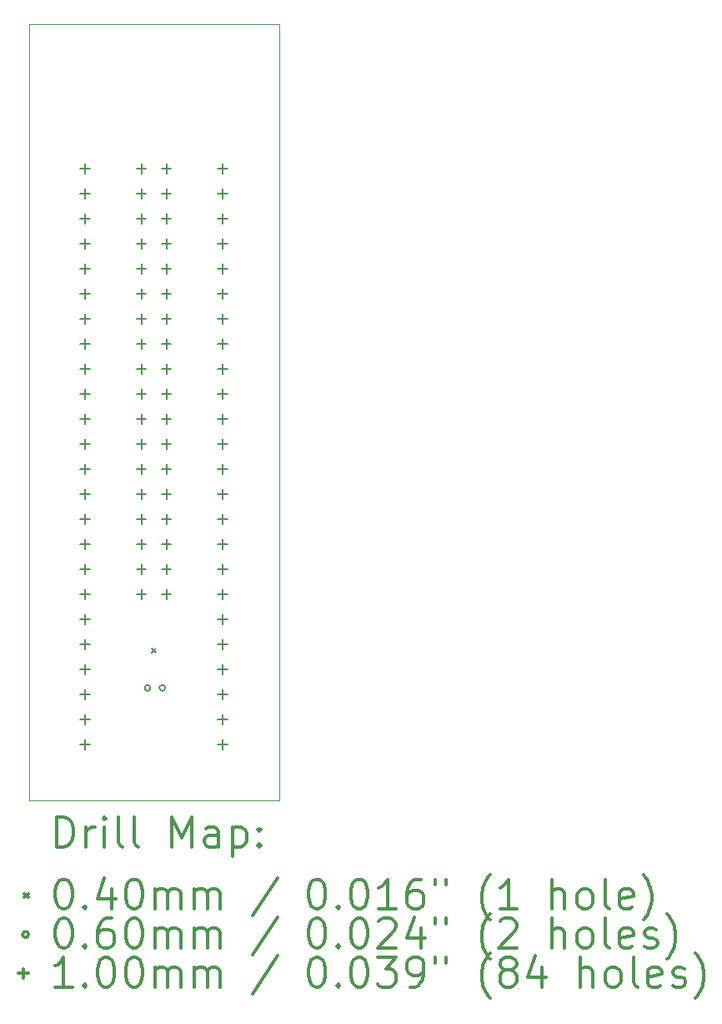
<source format=gbr>
%FSLAX45Y45*%
G04 Gerber Fmt 4.5, Leading zero omitted, Abs format (unit mm)*
G04 Created by KiCad (PCBNEW (5.1.6)-1) date 2020-07-15 15:36:23*
%MOMM*%
%LPD*%
G01*
G04 APERTURE LIST*
%TA.AperFunction,Profile*%
%ADD10C,0.050000*%
%TD*%
%ADD11C,0.200000*%
%ADD12C,0.300000*%
G04 APERTURE END LIST*
D10*
X11938000Y-13716000D02*
X11938000Y-13462000D01*
X9398000Y-13716000D02*
X11938000Y-13716000D01*
X9398000Y-13462000D02*
X9398000Y-13716000D01*
X11938000Y-5842000D02*
X11938000Y-13462000D01*
X11684000Y-5842000D02*
X11938000Y-5842000D01*
X9398000Y-5842000D02*
X11684000Y-5842000D01*
X9398000Y-13462000D02*
X9398000Y-5842000D01*
D11*
X10648000Y-12172000D02*
X10688000Y-12212000D01*
X10688000Y-12172000D02*
X10648000Y-12212000D01*
X10634500Y-12573000D02*
G75*
G03*
X10634500Y-12573000I-30000J0D01*
G01*
X10784500Y-12573000D02*
G75*
G03*
X10784500Y-12573000I-30000J0D01*
G01*
X9969500Y-7252500D02*
X9969500Y-7352500D01*
X9919500Y-7302500D02*
X10019500Y-7302500D01*
X9969500Y-7506500D02*
X9969500Y-7606500D01*
X9919500Y-7556500D02*
X10019500Y-7556500D01*
X9969500Y-7760500D02*
X9969500Y-7860500D01*
X9919500Y-7810500D02*
X10019500Y-7810500D01*
X9969500Y-8014500D02*
X9969500Y-8114500D01*
X9919500Y-8064500D02*
X10019500Y-8064500D01*
X9969500Y-8268500D02*
X9969500Y-8368500D01*
X9919500Y-8318500D02*
X10019500Y-8318500D01*
X9969500Y-8522500D02*
X9969500Y-8622500D01*
X9919500Y-8572500D02*
X10019500Y-8572500D01*
X9969500Y-8776500D02*
X9969500Y-8876500D01*
X9919500Y-8826500D02*
X10019500Y-8826500D01*
X9969500Y-9030500D02*
X9969500Y-9130500D01*
X9919500Y-9080500D02*
X10019500Y-9080500D01*
X9969500Y-9284500D02*
X9969500Y-9384500D01*
X9919500Y-9334500D02*
X10019500Y-9334500D01*
X9969500Y-9538500D02*
X9969500Y-9638500D01*
X9919500Y-9588500D02*
X10019500Y-9588500D01*
X9969500Y-9792500D02*
X9969500Y-9892500D01*
X9919500Y-9842500D02*
X10019500Y-9842500D01*
X9969500Y-10046500D02*
X9969500Y-10146500D01*
X9919500Y-10096500D02*
X10019500Y-10096500D01*
X9969500Y-10300500D02*
X9969500Y-10400500D01*
X9919500Y-10350500D02*
X10019500Y-10350500D01*
X9969500Y-10554500D02*
X9969500Y-10654500D01*
X9919500Y-10604500D02*
X10019500Y-10604500D01*
X9969500Y-10808500D02*
X9969500Y-10908500D01*
X9919500Y-10858500D02*
X10019500Y-10858500D01*
X9969500Y-11062500D02*
X9969500Y-11162500D01*
X9919500Y-11112500D02*
X10019500Y-11112500D01*
X9969500Y-11316500D02*
X9969500Y-11416500D01*
X9919500Y-11366500D02*
X10019500Y-11366500D01*
X9969500Y-11570500D02*
X9969500Y-11670500D01*
X9919500Y-11620500D02*
X10019500Y-11620500D01*
X9969500Y-11824500D02*
X9969500Y-11924500D01*
X9919500Y-11874500D02*
X10019500Y-11874500D01*
X9969500Y-12078500D02*
X9969500Y-12178500D01*
X9919500Y-12128500D02*
X10019500Y-12128500D01*
X9969500Y-12332500D02*
X9969500Y-12432500D01*
X9919500Y-12382500D02*
X10019500Y-12382500D01*
X9969500Y-12586500D02*
X9969500Y-12686500D01*
X9919500Y-12636500D02*
X10019500Y-12636500D01*
X9969500Y-12840500D02*
X9969500Y-12940500D01*
X9919500Y-12890500D02*
X10019500Y-12890500D01*
X9969500Y-13094500D02*
X9969500Y-13194500D01*
X9919500Y-13144500D02*
X10019500Y-13144500D01*
X10541000Y-7252500D02*
X10541000Y-7352500D01*
X10491000Y-7302500D02*
X10591000Y-7302500D01*
X10541000Y-7506500D02*
X10541000Y-7606500D01*
X10491000Y-7556500D02*
X10591000Y-7556500D01*
X10541000Y-7760500D02*
X10541000Y-7860500D01*
X10491000Y-7810500D02*
X10591000Y-7810500D01*
X10541000Y-8014500D02*
X10541000Y-8114500D01*
X10491000Y-8064500D02*
X10591000Y-8064500D01*
X10541000Y-8268500D02*
X10541000Y-8368500D01*
X10491000Y-8318500D02*
X10591000Y-8318500D01*
X10541000Y-8522500D02*
X10541000Y-8622500D01*
X10491000Y-8572500D02*
X10591000Y-8572500D01*
X10541000Y-8776500D02*
X10541000Y-8876500D01*
X10491000Y-8826500D02*
X10591000Y-8826500D01*
X10541000Y-9030500D02*
X10541000Y-9130500D01*
X10491000Y-9080500D02*
X10591000Y-9080500D01*
X10541000Y-9284500D02*
X10541000Y-9384500D01*
X10491000Y-9334500D02*
X10591000Y-9334500D01*
X10541000Y-9538500D02*
X10541000Y-9638500D01*
X10491000Y-9588500D02*
X10591000Y-9588500D01*
X10541000Y-9792500D02*
X10541000Y-9892500D01*
X10491000Y-9842500D02*
X10591000Y-9842500D01*
X10541000Y-10046500D02*
X10541000Y-10146500D01*
X10491000Y-10096500D02*
X10591000Y-10096500D01*
X10541000Y-10300500D02*
X10541000Y-10400500D01*
X10491000Y-10350500D02*
X10591000Y-10350500D01*
X10541000Y-10554500D02*
X10541000Y-10654500D01*
X10491000Y-10604500D02*
X10591000Y-10604500D01*
X10541000Y-10808500D02*
X10541000Y-10908500D01*
X10491000Y-10858500D02*
X10591000Y-10858500D01*
X10541000Y-11062500D02*
X10541000Y-11162500D01*
X10491000Y-11112500D02*
X10591000Y-11112500D01*
X10541000Y-11316500D02*
X10541000Y-11416500D01*
X10491000Y-11366500D02*
X10591000Y-11366500D01*
X10541000Y-11570500D02*
X10541000Y-11670500D01*
X10491000Y-11620500D02*
X10591000Y-11620500D01*
X10795000Y-7252500D02*
X10795000Y-7352500D01*
X10745000Y-7302500D02*
X10845000Y-7302500D01*
X10795000Y-7506500D02*
X10795000Y-7606500D01*
X10745000Y-7556500D02*
X10845000Y-7556500D01*
X10795000Y-7760500D02*
X10795000Y-7860500D01*
X10745000Y-7810500D02*
X10845000Y-7810500D01*
X10795000Y-8014500D02*
X10795000Y-8114500D01*
X10745000Y-8064500D02*
X10845000Y-8064500D01*
X10795000Y-8268500D02*
X10795000Y-8368500D01*
X10745000Y-8318500D02*
X10845000Y-8318500D01*
X10795000Y-8522500D02*
X10795000Y-8622500D01*
X10745000Y-8572500D02*
X10845000Y-8572500D01*
X10795000Y-8776500D02*
X10795000Y-8876500D01*
X10745000Y-8826500D02*
X10845000Y-8826500D01*
X10795000Y-9030500D02*
X10795000Y-9130500D01*
X10745000Y-9080500D02*
X10845000Y-9080500D01*
X10795000Y-9284500D02*
X10795000Y-9384500D01*
X10745000Y-9334500D02*
X10845000Y-9334500D01*
X10795000Y-9538500D02*
X10795000Y-9638500D01*
X10745000Y-9588500D02*
X10845000Y-9588500D01*
X10795000Y-9792500D02*
X10795000Y-9892500D01*
X10745000Y-9842500D02*
X10845000Y-9842500D01*
X10795000Y-10046500D02*
X10795000Y-10146500D01*
X10745000Y-10096500D02*
X10845000Y-10096500D01*
X10795000Y-10300500D02*
X10795000Y-10400500D01*
X10745000Y-10350500D02*
X10845000Y-10350500D01*
X10795000Y-10554500D02*
X10795000Y-10654500D01*
X10745000Y-10604500D02*
X10845000Y-10604500D01*
X10795000Y-10808500D02*
X10795000Y-10908500D01*
X10745000Y-10858500D02*
X10845000Y-10858500D01*
X10795000Y-11062500D02*
X10795000Y-11162500D01*
X10745000Y-11112500D02*
X10845000Y-11112500D01*
X10795000Y-11316500D02*
X10795000Y-11416500D01*
X10745000Y-11366500D02*
X10845000Y-11366500D01*
X10795000Y-11570500D02*
X10795000Y-11670500D01*
X10745000Y-11620500D02*
X10845000Y-11620500D01*
X11366500Y-7252500D02*
X11366500Y-7352500D01*
X11316500Y-7302500D02*
X11416500Y-7302500D01*
X11366500Y-7506500D02*
X11366500Y-7606500D01*
X11316500Y-7556500D02*
X11416500Y-7556500D01*
X11366500Y-7760500D02*
X11366500Y-7860500D01*
X11316500Y-7810500D02*
X11416500Y-7810500D01*
X11366500Y-8014500D02*
X11366500Y-8114500D01*
X11316500Y-8064500D02*
X11416500Y-8064500D01*
X11366500Y-8268500D02*
X11366500Y-8368500D01*
X11316500Y-8318500D02*
X11416500Y-8318500D01*
X11366500Y-8522500D02*
X11366500Y-8622500D01*
X11316500Y-8572500D02*
X11416500Y-8572500D01*
X11366500Y-8776500D02*
X11366500Y-8876500D01*
X11316500Y-8826500D02*
X11416500Y-8826500D01*
X11366500Y-9030500D02*
X11366500Y-9130500D01*
X11316500Y-9080500D02*
X11416500Y-9080500D01*
X11366500Y-9284500D02*
X11366500Y-9384500D01*
X11316500Y-9334500D02*
X11416500Y-9334500D01*
X11366500Y-9538500D02*
X11366500Y-9638500D01*
X11316500Y-9588500D02*
X11416500Y-9588500D01*
X11366500Y-9792500D02*
X11366500Y-9892500D01*
X11316500Y-9842500D02*
X11416500Y-9842500D01*
X11366500Y-10046500D02*
X11366500Y-10146500D01*
X11316500Y-10096500D02*
X11416500Y-10096500D01*
X11366500Y-10300500D02*
X11366500Y-10400500D01*
X11316500Y-10350500D02*
X11416500Y-10350500D01*
X11366500Y-10554500D02*
X11366500Y-10654500D01*
X11316500Y-10604500D02*
X11416500Y-10604500D01*
X11366500Y-10808500D02*
X11366500Y-10908500D01*
X11316500Y-10858500D02*
X11416500Y-10858500D01*
X11366500Y-11062500D02*
X11366500Y-11162500D01*
X11316500Y-11112500D02*
X11416500Y-11112500D01*
X11366500Y-11316500D02*
X11366500Y-11416500D01*
X11316500Y-11366500D02*
X11416500Y-11366500D01*
X11366500Y-11570500D02*
X11366500Y-11670500D01*
X11316500Y-11620500D02*
X11416500Y-11620500D01*
X11366500Y-11824500D02*
X11366500Y-11924500D01*
X11316500Y-11874500D02*
X11416500Y-11874500D01*
X11366500Y-12078500D02*
X11366500Y-12178500D01*
X11316500Y-12128500D02*
X11416500Y-12128500D01*
X11366500Y-12332500D02*
X11366500Y-12432500D01*
X11316500Y-12382500D02*
X11416500Y-12382500D01*
X11366500Y-12586500D02*
X11366500Y-12686500D01*
X11316500Y-12636500D02*
X11416500Y-12636500D01*
X11366500Y-12840500D02*
X11366500Y-12940500D01*
X11316500Y-12890500D02*
X11416500Y-12890500D01*
X11366500Y-13094500D02*
X11366500Y-13194500D01*
X11316500Y-13144500D02*
X11416500Y-13144500D01*
D12*
X9681928Y-14184214D02*
X9681928Y-13884214D01*
X9753357Y-13884214D01*
X9796214Y-13898500D01*
X9824786Y-13927071D01*
X9839071Y-13955643D01*
X9853357Y-14012786D01*
X9853357Y-14055643D01*
X9839071Y-14112786D01*
X9824786Y-14141357D01*
X9796214Y-14169929D01*
X9753357Y-14184214D01*
X9681928Y-14184214D01*
X9981928Y-14184214D02*
X9981928Y-13984214D01*
X9981928Y-14041357D02*
X9996214Y-14012786D01*
X10010500Y-13998500D01*
X10039071Y-13984214D01*
X10067643Y-13984214D01*
X10167643Y-14184214D02*
X10167643Y-13984214D01*
X10167643Y-13884214D02*
X10153357Y-13898500D01*
X10167643Y-13912786D01*
X10181928Y-13898500D01*
X10167643Y-13884214D01*
X10167643Y-13912786D01*
X10353357Y-14184214D02*
X10324786Y-14169929D01*
X10310500Y-14141357D01*
X10310500Y-13884214D01*
X10510500Y-14184214D02*
X10481928Y-14169929D01*
X10467643Y-14141357D01*
X10467643Y-13884214D01*
X10853357Y-14184214D02*
X10853357Y-13884214D01*
X10953357Y-14098500D01*
X11053357Y-13884214D01*
X11053357Y-14184214D01*
X11324786Y-14184214D02*
X11324786Y-14027071D01*
X11310500Y-13998500D01*
X11281928Y-13984214D01*
X11224786Y-13984214D01*
X11196214Y-13998500D01*
X11324786Y-14169929D02*
X11296214Y-14184214D01*
X11224786Y-14184214D01*
X11196214Y-14169929D01*
X11181928Y-14141357D01*
X11181928Y-14112786D01*
X11196214Y-14084214D01*
X11224786Y-14069929D01*
X11296214Y-14069929D01*
X11324786Y-14055643D01*
X11467643Y-13984214D02*
X11467643Y-14284214D01*
X11467643Y-13998500D02*
X11496214Y-13984214D01*
X11553357Y-13984214D01*
X11581928Y-13998500D01*
X11596214Y-14012786D01*
X11610500Y-14041357D01*
X11610500Y-14127071D01*
X11596214Y-14155643D01*
X11581928Y-14169929D01*
X11553357Y-14184214D01*
X11496214Y-14184214D01*
X11467643Y-14169929D01*
X11739071Y-14155643D02*
X11753357Y-14169929D01*
X11739071Y-14184214D01*
X11724786Y-14169929D01*
X11739071Y-14155643D01*
X11739071Y-14184214D01*
X11739071Y-13998500D02*
X11753357Y-14012786D01*
X11739071Y-14027071D01*
X11724786Y-14012786D01*
X11739071Y-13998500D01*
X11739071Y-14027071D01*
X9355500Y-14658500D02*
X9395500Y-14698500D01*
X9395500Y-14658500D02*
X9355500Y-14698500D01*
X9739071Y-14514214D02*
X9767643Y-14514214D01*
X9796214Y-14528500D01*
X9810500Y-14542786D01*
X9824786Y-14571357D01*
X9839071Y-14628500D01*
X9839071Y-14699929D01*
X9824786Y-14757071D01*
X9810500Y-14785643D01*
X9796214Y-14799929D01*
X9767643Y-14814214D01*
X9739071Y-14814214D01*
X9710500Y-14799929D01*
X9696214Y-14785643D01*
X9681928Y-14757071D01*
X9667643Y-14699929D01*
X9667643Y-14628500D01*
X9681928Y-14571357D01*
X9696214Y-14542786D01*
X9710500Y-14528500D01*
X9739071Y-14514214D01*
X9967643Y-14785643D02*
X9981928Y-14799929D01*
X9967643Y-14814214D01*
X9953357Y-14799929D01*
X9967643Y-14785643D01*
X9967643Y-14814214D01*
X10239071Y-14614214D02*
X10239071Y-14814214D01*
X10167643Y-14499929D02*
X10096214Y-14714214D01*
X10281928Y-14714214D01*
X10453357Y-14514214D02*
X10481928Y-14514214D01*
X10510500Y-14528500D01*
X10524786Y-14542786D01*
X10539071Y-14571357D01*
X10553357Y-14628500D01*
X10553357Y-14699929D01*
X10539071Y-14757071D01*
X10524786Y-14785643D01*
X10510500Y-14799929D01*
X10481928Y-14814214D01*
X10453357Y-14814214D01*
X10424786Y-14799929D01*
X10410500Y-14785643D01*
X10396214Y-14757071D01*
X10381928Y-14699929D01*
X10381928Y-14628500D01*
X10396214Y-14571357D01*
X10410500Y-14542786D01*
X10424786Y-14528500D01*
X10453357Y-14514214D01*
X10681928Y-14814214D02*
X10681928Y-14614214D01*
X10681928Y-14642786D02*
X10696214Y-14628500D01*
X10724786Y-14614214D01*
X10767643Y-14614214D01*
X10796214Y-14628500D01*
X10810500Y-14657071D01*
X10810500Y-14814214D01*
X10810500Y-14657071D02*
X10824786Y-14628500D01*
X10853357Y-14614214D01*
X10896214Y-14614214D01*
X10924786Y-14628500D01*
X10939071Y-14657071D01*
X10939071Y-14814214D01*
X11081928Y-14814214D02*
X11081928Y-14614214D01*
X11081928Y-14642786D02*
X11096214Y-14628500D01*
X11124786Y-14614214D01*
X11167643Y-14614214D01*
X11196214Y-14628500D01*
X11210500Y-14657071D01*
X11210500Y-14814214D01*
X11210500Y-14657071D02*
X11224786Y-14628500D01*
X11253357Y-14614214D01*
X11296214Y-14614214D01*
X11324786Y-14628500D01*
X11339071Y-14657071D01*
X11339071Y-14814214D01*
X11924786Y-14499929D02*
X11667643Y-14885643D01*
X12310500Y-14514214D02*
X12339071Y-14514214D01*
X12367643Y-14528500D01*
X12381928Y-14542786D01*
X12396214Y-14571357D01*
X12410500Y-14628500D01*
X12410500Y-14699929D01*
X12396214Y-14757071D01*
X12381928Y-14785643D01*
X12367643Y-14799929D01*
X12339071Y-14814214D01*
X12310500Y-14814214D01*
X12281928Y-14799929D01*
X12267643Y-14785643D01*
X12253357Y-14757071D01*
X12239071Y-14699929D01*
X12239071Y-14628500D01*
X12253357Y-14571357D01*
X12267643Y-14542786D01*
X12281928Y-14528500D01*
X12310500Y-14514214D01*
X12539071Y-14785643D02*
X12553357Y-14799929D01*
X12539071Y-14814214D01*
X12524786Y-14799929D01*
X12539071Y-14785643D01*
X12539071Y-14814214D01*
X12739071Y-14514214D02*
X12767643Y-14514214D01*
X12796214Y-14528500D01*
X12810500Y-14542786D01*
X12824786Y-14571357D01*
X12839071Y-14628500D01*
X12839071Y-14699929D01*
X12824786Y-14757071D01*
X12810500Y-14785643D01*
X12796214Y-14799929D01*
X12767643Y-14814214D01*
X12739071Y-14814214D01*
X12710500Y-14799929D01*
X12696214Y-14785643D01*
X12681928Y-14757071D01*
X12667643Y-14699929D01*
X12667643Y-14628500D01*
X12681928Y-14571357D01*
X12696214Y-14542786D01*
X12710500Y-14528500D01*
X12739071Y-14514214D01*
X13124786Y-14814214D02*
X12953357Y-14814214D01*
X13039071Y-14814214D02*
X13039071Y-14514214D01*
X13010500Y-14557071D01*
X12981928Y-14585643D01*
X12953357Y-14599929D01*
X13381928Y-14514214D02*
X13324786Y-14514214D01*
X13296214Y-14528500D01*
X13281928Y-14542786D01*
X13253357Y-14585643D01*
X13239071Y-14642786D01*
X13239071Y-14757071D01*
X13253357Y-14785643D01*
X13267643Y-14799929D01*
X13296214Y-14814214D01*
X13353357Y-14814214D01*
X13381928Y-14799929D01*
X13396214Y-14785643D01*
X13410500Y-14757071D01*
X13410500Y-14685643D01*
X13396214Y-14657071D01*
X13381928Y-14642786D01*
X13353357Y-14628500D01*
X13296214Y-14628500D01*
X13267643Y-14642786D01*
X13253357Y-14657071D01*
X13239071Y-14685643D01*
X13524786Y-14514214D02*
X13524786Y-14571357D01*
X13639071Y-14514214D02*
X13639071Y-14571357D01*
X14081928Y-14928500D02*
X14067643Y-14914214D01*
X14039071Y-14871357D01*
X14024786Y-14842786D01*
X14010500Y-14799929D01*
X13996214Y-14728500D01*
X13996214Y-14671357D01*
X14010500Y-14599929D01*
X14024786Y-14557071D01*
X14039071Y-14528500D01*
X14067643Y-14485643D01*
X14081928Y-14471357D01*
X14353357Y-14814214D02*
X14181928Y-14814214D01*
X14267643Y-14814214D02*
X14267643Y-14514214D01*
X14239071Y-14557071D01*
X14210500Y-14585643D01*
X14181928Y-14599929D01*
X14710500Y-14814214D02*
X14710500Y-14514214D01*
X14839071Y-14814214D02*
X14839071Y-14657071D01*
X14824786Y-14628500D01*
X14796214Y-14614214D01*
X14753357Y-14614214D01*
X14724786Y-14628500D01*
X14710500Y-14642786D01*
X15024786Y-14814214D02*
X14996214Y-14799929D01*
X14981928Y-14785643D01*
X14967643Y-14757071D01*
X14967643Y-14671357D01*
X14981928Y-14642786D01*
X14996214Y-14628500D01*
X15024786Y-14614214D01*
X15067643Y-14614214D01*
X15096214Y-14628500D01*
X15110500Y-14642786D01*
X15124786Y-14671357D01*
X15124786Y-14757071D01*
X15110500Y-14785643D01*
X15096214Y-14799929D01*
X15067643Y-14814214D01*
X15024786Y-14814214D01*
X15296214Y-14814214D02*
X15267643Y-14799929D01*
X15253357Y-14771357D01*
X15253357Y-14514214D01*
X15524786Y-14799929D02*
X15496214Y-14814214D01*
X15439071Y-14814214D01*
X15410500Y-14799929D01*
X15396214Y-14771357D01*
X15396214Y-14657071D01*
X15410500Y-14628500D01*
X15439071Y-14614214D01*
X15496214Y-14614214D01*
X15524786Y-14628500D01*
X15539071Y-14657071D01*
X15539071Y-14685643D01*
X15396214Y-14714214D01*
X15639071Y-14928500D02*
X15653357Y-14914214D01*
X15681928Y-14871357D01*
X15696214Y-14842786D01*
X15710500Y-14799929D01*
X15724786Y-14728500D01*
X15724786Y-14671357D01*
X15710500Y-14599929D01*
X15696214Y-14557071D01*
X15681928Y-14528500D01*
X15653357Y-14485643D01*
X15639071Y-14471357D01*
X9395500Y-15074500D02*
G75*
G03*
X9395500Y-15074500I-30000J0D01*
G01*
X9739071Y-14910214D02*
X9767643Y-14910214D01*
X9796214Y-14924500D01*
X9810500Y-14938786D01*
X9824786Y-14967357D01*
X9839071Y-15024500D01*
X9839071Y-15095929D01*
X9824786Y-15153071D01*
X9810500Y-15181643D01*
X9796214Y-15195929D01*
X9767643Y-15210214D01*
X9739071Y-15210214D01*
X9710500Y-15195929D01*
X9696214Y-15181643D01*
X9681928Y-15153071D01*
X9667643Y-15095929D01*
X9667643Y-15024500D01*
X9681928Y-14967357D01*
X9696214Y-14938786D01*
X9710500Y-14924500D01*
X9739071Y-14910214D01*
X9967643Y-15181643D02*
X9981928Y-15195929D01*
X9967643Y-15210214D01*
X9953357Y-15195929D01*
X9967643Y-15181643D01*
X9967643Y-15210214D01*
X10239071Y-14910214D02*
X10181928Y-14910214D01*
X10153357Y-14924500D01*
X10139071Y-14938786D01*
X10110500Y-14981643D01*
X10096214Y-15038786D01*
X10096214Y-15153071D01*
X10110500Y-15181643D01*
X10124786Y-15195929D01*
X10153357Y-15210214D01*
X10210500Y-15210214D01*
X10239071Y-15195929D01*
X10253357Y-15181643D01*
X10267643Y-15153071D01*
X10267643Y-15081643D01*
X10253357Y-15053071D01*
X10239071Y-15038786D01*
X10210500Y-15024500D01*
X10153357Y-15024500D01*
X10124786Y-15038786D01*
X10110500Y-15053071D01*
X10096214Y-15081643D01*
X10453357Y-14910214D02*
X10481928Y-14910214D01*
X10510500Y-14924500D01*
X10524786Y-14938786D01*
X10539071Y-14967357D01*
X10553357Y-15024500D01*
X10553357Y-15095929D01*
X10539071Y-15153071D01*
X10524786Y-15181643D01*
X10510500Y-15195929D01*
X10481928Y-15210214D01*
X10453357Y-15210214D01*
X10424786Y-15195929D01*
X10410500Y-15181643D01*
X10396214Y-15153071D01*
X10381928Y-15095929D01*
X10381928Y-15024500D01*
X10396214Y-14967357D01*
X10410500Y-14938786D01*
X10424786Y-14924500D01*
X10453357Y-14910214D01*
X10681928Y-15210214D02*
X10681928Y-15010214D01*
X10681928Y-15038786D02*
X10696214Y-15024500D01*
X10724786Y-15010214D01*
X10767643Y-15010214D01*
X10796214Y-15024500D01*
X10810500Y-15053071D01*
X10810500Y-15210214D01*
X10810500Y-15053071D02*
X10824786Y-15024500D01*
X10853357Y-15010214D01*
X10896214Y-15010214D01*
X10924786Y-15024500D01*
X10939071Y-15053071D01*
X10939071Y-15210214D01*
X11081928Y-15210214D02*
X11081928Y-15010214D01*
X11081928Y-15038786D02*
X11096214Y-15024500D01*
X11124786Y-15010214D01*
X11167643Y-15010214D01*
X11196214Y-15024500D01*
X11210500Y-15053071D01*
X11210500Y-15210214D01*
X11210500Y-15053071D02*
X11224786Y-15024500D01*
X11253357Y-15010214D01*
X11296214Y-15010214D01*
X11324786Y-15024500D01*
X11339071Y-15053071D01*
X11339071Y-15210214D01*
X11924786Y-14895929D02*
X11667643Y-15281643D01*
X12310500Y-14910214D02*
X12339071Y-14910214D01*
X12367643Y-14924500D01*
X12381928Y-14938786D01*
X12396214Y-14967357D01*
X12410500Y-15024500D01*
X12410500Y-15095929D01*
X12396214Y-15153071D01*
X12381928Y-15181643D01*
X12367643Y-15195929D01*
X12339071Y-15210214D01*
X12310500Y-15210214D01*
X12281928Y-15195929D01*
X12267643Y-15181643D01*
X12253357Y-15153071D01*
X12239071Y-15095929D01*
X12239071Y-15024500D01*
X12253357Y-14967357D01*
X12267643Y-14938786D01*
X12281928Y-14924500D01*
X12310500Y-14910214D01*
X12539071Y-15181643D02*
X12553357Y-15195929D01*
X12539071Y-15210214D01*
X12524786Y-15195929D01*
X12539071Y-15181643D01*
X12539071Y-15210214D01*
X12739071Y-14910214D02*
X12767643Y-14910214D01*
X12796214Y-14924500D01*
X12810500Y-14938786D01*
X12824786Y-14967357D01*
X12839071Y-15024500D01*
X12839071Y-15095929D01*
X12824786Y-15153071D01*
X12810500Y-15181643D01*
X12796214Y-15195929D01*
X12767643Y-15210214D01*
X12739071Y-15210214D01*
X12710500Y-15195929D01*
X12696214Y-15181643D01*
X12681928Y-15153071D01*
X12667643Y-15095929D01*
X12667643Y-15024500D01*
X12681928Y-14967357D01*
X12696214Y-14938786D01*
X12710500Y-14924500D01*
X12739071Y-14910214D01*
X12953357Y-14938786D02*
X12967643Y-14924500D01*
X12996214Y-14910214D01*
X13067643Y-14910214D01*
X13096214Y-14924500D01*
X13110500Y-14938786D01*
X13124786Y-14967357D01*
X13124786Y-14995929D01*
X13110500Y-15038786D01*
X12939071Y-15210214D01*
X13124786Y-15210214D01*
X13381928Y-15010214D02*
X13381928Y-15210214D01*
X13310500Y-14895929D02*
X13239071Y-15110214D01*
X13424786Y-15110214D01*
X13524786Y-14910214D02*
X13524786Y-14967357D01*
X13639071Y-14910214D02*
X13639071Y-14967357D01*
X14081928Y-15324500D02*
X14067643Y-15310214D01*
X14039071Y-15267357D01*
X14024786Y-15238786D01*
X14010500Y-15195929D01*
X13996214Y-15124500D01*
X13996214Y-15067357D01*
X14010500Y-14995929D01*
X14024786Y-14953071D01*
X14039071Y-14924500D01*
X14067643Y-14881643D01*
X14081928Y-14867357D01*
X14181928Y-14938786D02*
X14196214Y-14924500D01*
X14224786Y-14910214D01*
X14296214Y-14910214D01*
X14324786Y-14924500D01*
X14339071Y-14938786D01*
X14353357Y-14967357D01*
X14353357Y-14995929D01*
X14339071Y-15038786D01*
X14167643Y-15210214D01*
X14353357Y-15210214D01*
X14710500Y-15210214D02*
X14710500Y-14910214D01*
X14839071Y-15210214D02*
X14839071Y-15053071D01*
X14824786Y-15024500D01*
X14796214Y-15010214D01*
X14753357Y-15010214D01*
X14724786Y-15024500D01*
X14710500Y-15038786D01*
X15024786Y-15210214D02*
X14996214Y-15195929D01*
X14981928Y-15181643D01*
X14967643Y-15153071D01*
X14967643Y-15067357D01*
X14981928Y-15038786D01*
X14996214Y-15024500D01*
X15024786Y-15010214D01*
X15067643Y-15010214D01*
X15096214Y-15024500D01*
X15110500Y-15038786D01*
X15124786Y-15067357D01*
X15124786Y-15153071D01*
X15110500Y-15181643D01*
X15096214Y-15195929D01*
X15067643Y-15210214D01*
X15024786Y-15210214D01*
X15296214Y-15210214D02*
X15267643Y-15195929D01*
X15253357Y-15167357D01*
X15253357Y-14910214D01*
X15524786Y-15195929D02*
X15496214Y-15210214D01*
X15439071Y-15210214D01*
X15410500Y-15195929D01*
X15396214Y-15167357D01*
X15396214Y-15053071D01*
X15410500Y-15024500D01*
X15439071Y-15010214D01*
X15496214Y-15010214D01*
X15524786Y-15024500D01*
X15539071Y-15053071D01*
X15539071Y-15081643D01*
X15396214Y-15110214D01*
X15653357Y-15195929D02*
X15681928Y-15210214D01*
X15739071Y-15210214D01*
X15767643Y-15195929D01*
X15781928Y-15167357D01*
X15781928Y-15153071D01*
X15767643Y-15124500D01*
X15739071Y-15110214D01*
X15696214Y-15110214D01*
X15667643Y-15095929D01*
X15653357Y-15067357D01*
X15653357Y-15053071D01*
X15667643Y-15024500D01*
X15696214Y-15010214D01*
X15739071Y-15010214D01*
X15767643Y-15024500D01*
X15881928Y-15324500D02*
X15896214Y-15310214D01*
X15924786Y-15267357D01*
X15939071Y-15238786D01*
X15953357Y-15195929D01*
X15967643Y-15124500D01*
X15967643Y-15067357D01*
X15953357Y-14995929D01*
X15939071Y-14953071D01*
X15924786Y-14924500D01*
X15896214Y-14881643D01*
X15881928Y-14867357D01*
X9345500Y-15420500D02*
X9345500Y-15520500D01*
X9295500Y-15470500D02*
X9395500Y-15470500D01*
X9839071Y-15606214D02*
X9667643Y-15606214D01*
X9753357Y-15606214D02*
X9753357Y-15306214D01*
X9724786Y-15349071D01*
X9696214Y-15377643D01*
X9667643Y-15391929D01*
X9967643Y-15577643D02*
X9981928Y-15591929D01*
X9967643Y-15606214D01*
X9953357Y-15591929D01*
X9967643Y-15577643D01*
X9967643Y-15606214D01*
X10167643Y-15306214D02*
X10196214Y-15306214D01*
X10224786Y-15320500D01*
X10239071Y-15334786D01*
X10253357Y-15363357D01*
X10267643Y-15420500D01*
X10267643Y-15491929D01*
X10253357Y-15549071D01*
X10239071Y-15577643D01*
X10224786Y-15591929D01*
X10196214Y-15606214D01*
X10167643Y-15606214D01*
X10139071Y-15591929D01*
X10124786Y-15577643D01*
X10110500Y-15549071D01*
X10096214Y-15491929D01*
X10096214Y-15420500D01*
X10110500Y-15363357D01*
X10124786Y-15334786D01*
X10139071Y-15320500D01*
X10167643Y-15306214D01*
X10453357Y-15306214D02*
X10481928Y-15306214D01*
X10510500Y-15320500D01*
X10524786Y-15334786D01*
X10539071Y-15363357D01*
X10553357Y-15420500D01*
X10553357Y-15491929D01*
X10539071Y-15549071D01*
X10524786Y-15577643D01*
X10510500Y-15591929D01*
X10481928Y-15606214D01*
X10453357Y-15606214D01*
X10424786Y-15591929D01*
X10410500Y-15577643D01*
X10396214Y-15549071D01*
X10381928Y-15491929D01*
X10381928Y-15420500D01*
X10396214Y-15363357D01*
X10410500Y-15334786D01*
X10424786Y-15320500D01*
X10453357Y-15306214D01*
X10681928Y-15606214D02*
X10681928Y-15406214D01*
X10681928Y-15434786D02*
X10696214Y-15420500D01*
X10724786Y-15406214D01*
X10767643Y-15406214D01*
X10796214Y-15420500D01*
X10810500Y-15449071D01*
X10810500Y-15606214D01*
X10810500Y-15449071D02*
X10824786Y-15420500D01*
X10853357Y-15406214D01*
X10896214Y-15406214D01*
X10924786Y-15420500D01*
X10939071Y-15449071D01*
X10939071Y-15606214D01*
X11081928Y-15606214D02*
X11081928Y-15406214D01*
X11081928Y-15434786D02*
X11096214Y-15420500D01*
X11124786Y-15406214D01*
X11167643Y-15406214D01*
X11196214Y-15420500D01*
X11210500Y-15449071D01*
X11210500Y-15606214D01*
X11210500Y-15449071D02*
X11224786Y-15420500D01*
X11253357Y-15406214D01*
X11296214Y-15406214D01*
X11324786Y-15420500D01*
X11339071Y-15449071D01*
X11339071Y-15606214D01*
X11924786Y-15291929D02*
X11667643Y-15677643D01*
X12310500Y-15306214D02*
X12339071Y-15306214D01*
X12367643Y-15320500D01*
X12381928Y-15334786D01*
X12396214Y-15363357D01*
X12410500Y-15420500D01*
X12410500Y-15491929D01*
X12396214Y-15549071D01*
X12381928Y-15577643D01*
X12367643Y-15591929D01*
X12339071Y-15606214D01*
X12310500Y-15606214D01*
X12281928Y-15591929D01*
X12267643Y-15577643D01*
X12253357Y-15549071D01*
X12239071Y-15491929D01*
X12239071Y-15420500D01*
X12253357Y-15363357D01*
X12267643Y-15334786D01*
X12281928Y-15320500D01*
X12310500Y-15306214D01*
X12539071Y-15577643D02*
X12553357Y-15591929D01*
X12539071Y-15606214D01*
X12524786Y-15591929D01*
X12539071Y-15577643D01*
X12539071Y-15606214D01*
X12739071Y-15306214D02*
X12767643Y-15306214D01*
X12796214Y-15320500D01*
X12810500Y-15334786D01*
X12824786Y-15363357D01*
X12839071Y-15420500D01*
X12839071Y-15491929D01*
X12824786Y-15549071D01*
X12810500Y-15577643D01*
X12796214Y-15591929D01*
X12767643Y-15606214D01*
X12739071Y-15606214D01*
X12710500Y-15591929D01*
X12696214Y-15577643D01*
X12681928Y-15549071D01*
X12667643Y-15491929D01*
X12667643Y-15420500D01*
X12681928Y-15363357D01*
X12696214Y-15334786D01*
X12710500Y-15320500D01*
X12739071Y-15306214D01*
X12939071Y-15306214D02*
X13124786Y-15306214D01*
X13024786Y-15420500D01*
X13067643Y-15420500D01*
X13096214Y-15434786D01*
X13110500Y-15449071D01*
X13124786Y-15477643D01*
X13124786Y-15549071D01*
X13110500Y-15577643D01*
X13096214Y-15591929D01*
X13067643Y-15606214D01*
X12981928Y-15606214D01*
X12953357Y-15591929D01*
X12939071Y-15577643D01*
X13267643Y-15606214D02*
X13324786Y-15606214D01*
X13353357Y-15591929D01*
X13367643Y-15577643D01*
X13396214Y-15534786D01*
X13410500Y-15477643D01*
X13410500Y-15363357D01*
X13396214Y-15334786D01*
X13381928Y-15320500D01*
X13353357Y-15306214D01*
X13296214Y-15306214D01*
X13267643Y-15320500D01*
X13253357Y-15334786D01*
X13239071Y-15363357D01*
X13239071Y-15434786D01*
X13253357Y-15463357D01*
X13267643Y-15477643D01*
X13296214Y-15491929D01*
X13353357Y-15491929D01*
X13381928Y-15477643D01*
X13396214Y-15463357D01*
X13410500Y-15434786D01*
X13524786Y-15306214D02*
X13524786Y-15363357D01*
X13639071Y-15306214D02*
X13639071Y-15363357D01*
X14081928Y-15720500D02*
X14067643Y-15706214D01*
X14039071Y-15663357D01*
X14024786Y-15634786D01*
X14010500Y-15591929D01*
X13996214Y-15520500D01*
X13996214Y-15463357D01*
X14010500Y-15391929D01*
X14024786Y-15349071D01*
X14039071Y-15320500D01*
X14067643Y-15277643D01*
X14081928Y-15263357D01*
X14239071Y-15434786D02*
X14210500Y-15420500D01*
X14196214Y-15406214D01*
X14181928Y-15377643D01*
X14181928Y-15363357D01*
X14196214Y-15334786D01*
X14210500Y-15320500D01*
X14239071Y-15306214D01*
X14296214Y-15306214D01*
X14324786Y-15320500D01*
X14339071Y-15334786D01*
X14353357Y-15363357D01*
X14353357Y-15377643D01*
X14339071Y-15406214D01*
X14324786Y-15420500D01*
X14296214Y-15434786D01*
X14239071Y-15434786D01*
X14210500Y-15449071D01*
X14196214Y-15463357D01*
X14181928Y-15491929D01*
X14181928Y-15549071D01*
X14196214Y-15577643D01*
X14210500Y-15591929D01*
X14239071Y-15606214D01*
X14296214Y-15606214D01*
X14324786Y-15591929D01*
X14339071Y-15577643D01*
X14353357Y-15549071D01*
X14353357Y-15491929D01*
X14339071Y-15463357D01*
X14324786Y-15449071D01*
X14296214Y-15434786D01*
X14610500Y-15406214D02*
X14610500Y-15606214D01*
X14539071Y-15291929D02*
X14467643Y-15506214D01*
X14653357Y-15506214D01*
X14996214Y-15606214D02*
X14996214Y-15306214D01*
X15124786Y-15606214D02*
X15124786Y-15449071D01*
X15110500Y-15420500D01*
X15081928Y-15406214D01*
X15039071Y-15406214D01*
X15010500Y-15420500D01*
X14996214Y-15434786D01*
X15310500Y-15606214D02*
X15281928Y-15591929D01*
X15267643Y-15577643D01*
X15253357Y-15549071D01*
X15253357Y-15463357D01*
X15267643Y-15434786D01*
X15281928Y-15420500D01*
X15310500Y-15406214D01*
X15353357Y-15406214D01*
X15381928Y-15420500D01*
X15396214Y-15434786D01*
X15410500Y-15463357D01*
X15410500Y-15549071D01*
X15396214Y-15577643D01*
X15381928Y-15591929D01*
X15353357Y-15606214D01*
X15310500Y-15606214D01*
X15581928Y-15606214D02*
X15553357Y-15591929D01*
X15539071Y-15563357D01*
X15539071Y-15306214D01*
X15810500Y-15591929D02*
X15781928Y-15606214D01*
X15724786Y-15606214D01*
X15696214Y-15591929D01*
X15681928Y-15563357D01*
X15681928Y-15449071D01*
X15696214Y-15420500D01*
X15724786Y-15406214D01*
X15781928Y-15406214D01*
X15810500Y-15420500D01*
X15824786Y-15449071D01*
X15824786Y-15477643D01*
X15681928Y-15506214D01*
X15939071Y-15591929D02*
X15967643Y-15606214D01*
X16024786Y-15606214D01*
X16053357Y-15591929D01*
X16067643Y-15563357D01*
X16067643Y-15549071D01*
X16053357Y-15520500D01*
X16024786Y-15506214D01*
X15981928Y-15506214D01*
X15953357Y-15491929D01*
X15939071Y-15463357D01*
X15939071Y-15449071D01*
X15953357Y-15420500D01*
X15981928Y-15406214D01*
X16024786Y-15406214D01*
X16053357Y-15420500D01*
X16167643Y-15720500D02*
X16181928Y-15706214D01*
X16210500Y-15663357D01*
X16224786Y-15634786D01*
X16239071Y-15591929D01*
X16253357Y-15520500D01*
X16253357Y-15463357D01*
X16239071Y-15391929D01*
X16224786Y-15349071D01*
X16210500Y-15320500D01*
X16181928Y-15277643D01*
X16167643Y-15263357D01*
M02*

</source>
